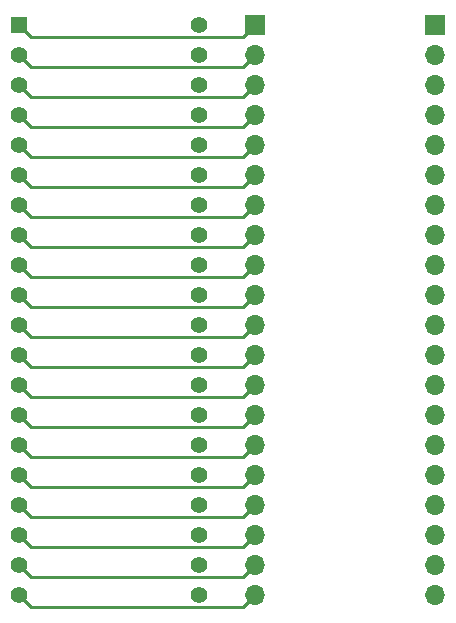
<source format=gtl>
G04 #@! TF.GenerationSoftware,KiCad,Pcbnew,(5.1.10)-1*
G04 #@! TF.CreationDate,2022-12-28T22:20:52-05:00*
G04 #@! TF.ProjectId,CocoDvRelocator,436f636f-4476-4526-956c-6f6361746f72,rev?*
G04 #@! TF.SameCoordinates,Original*
G04 #@! TF.FileFunction,Copper,L1,Top*
G04 #@! TF.FilePolarity,Positive*
%FSLAX46Y46*%
G04 Gerber Fmt 4.6, Leading zero omitted, Abs format (unit mm)*
G04 Created by KiCad (PCBNEW (5.1.10)-1) date 2022-12-28 22:20:52*
%MOMM*%
%LPD*%
G01*
G04 APERTURE LIST*
G04 #@! TA.AperFunction,ComponentPad*
%ADD10C,1.397000*%
G04 #@! TD*
G04 #@! TA.AperFunction,ComponentPad*
%ADD11R,1.397000X1.397000*%
G04 #@! TD*
G04 #@! TA.AperFunction,ComponentPad*
%ADD12O,1.700000X1.700000*%
G04 #@! TD*
G04 #@! TA.AperFunction,ComponentPad*
%ADD13R,1.700000X1.700000*%
G04 #@! TD*
G04 #@! TA.AperFunction,Conductor*
%ADD14C,0.250000*%
G04 #@! TD*
G04 APERTURE END LIST*
D10*
X95240000Y-40000000D03*
X95240000Y-42540000D03*
X95240000Y-45080000D03*
X95240000Y-47620000D03*
X95240000Y-50160000D03*
X95240000Y-52700000D03*
X95240000Y-55240000D03*
X95240000Y-57780000D03*
X95240000Y-60320000D03*
X95240000Y-62860000D03*
X95240000Y-65400000D03*
X95240000Y-67940000D03*
X95240000Y-70480000D03*
X95240000Y-73020000D03*
X95240000Y-75560000D03*
X95240000Y-78100000D03*
X95240000Y-80640000D03*
X95240000Y-83180000D03*
X95240000Y-85720000D03*
X95240000Y-88260000D03*
X80000000Y-88260000D03*
X80000000Y-85720000D03*
X80000000Y-83180000D03*
X80000000Y-80640000D03*
X80000000Y-78100000D03*
X80000000Y-75560000D03*
X80000000Y-73020000D03*
X80000000Y-70480000D03*
X80000000Y-67940000D03*
X80000000Y-65400000D03*
X80000000Y-62860000D03*
X80000000Y-60320000D03*
X80000000Y-57780000D03*
X80000000Y-55240000D03*
X80000000Y-52700000D03*
X80000000Y-50160000D03*
X80000000Y-47620000D03*
X80000000Y-45080000D03*
X80000000Y-42540000D03*
D11*
X80000000Y-40000000D03*
D12*
X115240000Y-88260000D03*
X115240000Y-85720000D03*
X115240000Y-83180000D03*
X115240000Y-80640000D03*
X115240000Y-78100000D03*
X115240000Y-75560000D03*
X115240000Y-73020000D03*
X115240000Y-70480000D03*
X115240000Y-67940000D03*
X115240000Y-65400000D03*
X115240000Y-62860000D03*
X115240000Y-60320000D03*
X115240000Y-57780000D03*
X115240000Y-55240000D03*
X115240000Y-52700000D03*
X115240000Y-50160000D03*
X115240000Y-47620000D03*
X115240000Y-45080000D03*
X115240000Y-42540000D03*
D13*
X115240000Y-40000000D03*
D12*
X100000000Y-88260000D03*
X100000000Y-85720000D03*
X100000000Y-83180000D03*
X100000000Y-80640000D03*
X100000000Y-78100000D03*
X100000000Y-75560000D03*
X100000000Y-73020000D03*
X100000000Y-70480000D03*
X100000000Y-67940000D03*
X100000000Y-65400000D03*
X100000000Y-62860000D03*
X100000000Y-60320000D03*
X100000000Y-57780000D03*
X100000000Y-55240000D03*
X100000000Y-52700000D03*
X100000000Y-50160000D03*
X100000000Y-47620000D03*
X100000000Y-45080000D03*
X100000000Y-42540000D03*
D13*
X100000000Y-40000000D03*
D14*
X98976499Y-89283501D02*
X100000000Y-88260000D01*
X81023501Y-89283501D02*
X98976499Y-89283501D01*
X80000000Y-88260000D02*
X81023501Y-89283501D01*
X81023501Y-86743501D02*
X98976499Y-86743501D01*
X98976499Y-86743501D02*
X100000000Y-85720000D01*
X80000000Y-85720000D02*
X81023501Y-86743501D01*
X81023501Y-84203501D02*
X98976499Y-84203501D01*
X98976499Y-84203501D02*
X100000000Y-83180000D01*
X80000000Y-83180000D02*
X81023501Y-84203501D01*
X98976499Y-81663501D02*
X100000000Y-80640000D01*
X81023501Y-81663501D02*
X98976499Y-81663501D01*
X80000000Y-80640000D02*
X81023501Y-81663501D01*
X98976499Y-79123501D02*
X100000000Y-78100000D01*
X81023501Y-79123501D02*
X98976499Y-79123501D01*
X80000000Y-78100000D02*
X81023501Y-79123501D01*
X98976499Y-76583501D02*
X100000000Y-75560000D01*
X81023501Y-76583501D02*
X98976499Y-76583501D01*
X80000000Y-75560000D02*
X81023501Y-76583501D01*
X98976499Y-74043501D02*
X100000000Y-73020000D01*
X81023501Y-74043501D02*
X98976499Y-74043501D01*
X80000000Y-73020000D02*
X81023501Y-74043501D01*
X81023501Y-71503501D02*
X98976499Y-71503501D01*
X98976499Y-71503501D02*
X100000000Y-70480000D01*
X80000000Y-70480000D02*
X81023501Y-71503501D01*
X98976499Y-68963501D02*
X100000000Y-67940000D01*
X81023501Y-68963501D02*
X98976499Y-68963501D01*
X80000000Y-67940000D02*
X81023501Y-68963501D01*
X98976499Y-66423501D02*
X100000000Y-65400000D01*
X81023501Y-66423501D02*
X98976499Y-66423501D01*
X80000000Y-65400000D02*
X81023501Y-66423501D01*
X98976499Y-63883501D02*
X100000000Y-62860000D01*
X81023501Y-63883501D02*
X98976499Y-63883501D01*
X80000000Y-62860000D02*
X81023501Y-63883501D01*
X98976499Y-61343501D02*
X100000000Y-60320000D01*
X81023501Y-61343501D02*
X98976499Y-61343501D01*
X80000000Y-60320000D02*
X81023501Y-61343501D01*
X98976499Y-58803501D02*
X100000000Y-57780000D01*
X81023501Y-58803501D02*
X98976499Y-58803501D01*
X80000000Y-57780000D02*
X81023501Y-58803501D01*
X98976499Y-56263501D02*
X100000000Y-55240000D01*
X81023501Y-56263501D02*
X98976499Y-56263501D01*
X80000000Y-55240000D02*
X81023501Y-56263501D01*
X98976499Y-53723501D02*
X100000000Y-52700000D01*
X81023501Y-53723501D02*
X98976499Y-53723501D01*
X80000000Y-52700000D02*
X81023501Y-53723501D01*
X98976499Y-51183501D02*
X100000000Y-50160000D01*
X81023501Y-51183501D02*
X98976499Y-51183501D01*
X80000000Y-50160000D02*
X81023501Y-51183501D01*
X98976499Y-48643501D02*
X100000000Y-47620000D01*
X81023501Y-48643501D02*
X98976499Y-48643501D01*
X80000000Y-47620000D02*
X81023501Y-48643501D01*
X98976499Y-46103501D02*
X100000000Y-45080000D01*
X81023501Y-46103501D02*
X98976499Y-46103501D01*
X80000000Y-45080000D02*
X81023501Y-46103501D01*
X98976499Y-43563501D02*
X100000000Y-42540000D01*
X81023501Y-43563501D02*
X98976499Y-43563501D01*
X80000000Y-42540000D02*
X81023501Y-43563501D01*
X98976499Y-41023501D02*
X100000000Y-40000000D01*
X81023501Y-41023501D02*
X98976499Y-41023501D01*
X80000000Y-40000000D02*
X81023501Y-41023501D01*
M02*

</source>
